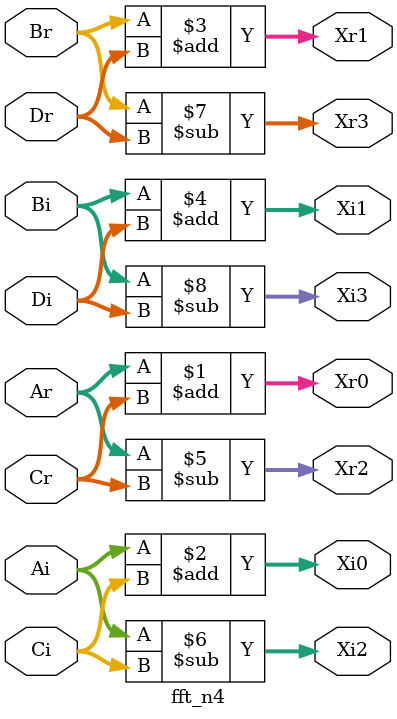
<source format=v>
module fft_n4(
	input [31:0]Ar,
	input [31:0]Ai,
	input [31:0]Br,
	input [31:0]Bi,
	input [31:0]Cr,
	input [31:0]Ci,
	input [31:0]Dr,
	input [31:0]Di,
	output [31:0]Xr0,
	output [31:0]Xi0,
	output [31:0]Xr1,
	output [31:0]Xi1,
	output [31:0]Xr2,
	output [31:0]Xi2,
	output [31:0]Xr3,
	output [31:0]Xi3);

/*
assign Xr0 = Ar+Br+Cr+Dr;
assign Xi0 = Ai+Bi+Ci+Di;
assign Xr1 = Ar+Bi-Cr-Di;
assign Xi1 = Ai-Br-Ci+Dr;
assign Xr2 = Ar-Br+Cr-Dr;
assign Xi2 = Ai-Bi+Ci-Di;
assign Xr3 = Ar-Bi-Cr+Di;
assign Xi3 = Ai+Br-Ci-Dr;
*/
/*
assign br0 = ar0 + ar2;
assign br1 = ar1 + ar3;
assign br2 = ar0 - ar2;
assign br3 = ar1 - ar3;
assign br4 = ar4 + ar6;
assign br5 = ar5 + ar7;
assign br6 = ar4 - ar6;
assign br7 = ar5 - ar7;
*/

assign Xr0 = Ar+Cr;
assign Xi0 = Ai+Ci;
assign Xr1 = Br+Dr;
assign Xi1 = Bi+Di;
assign Xr2 = Ar-Cr;
assign Xi2 = Ai-Ci;
assign Xr3 = Br-Dr;
assign Xi3 = Bi-Di;

endmodule

</source>
